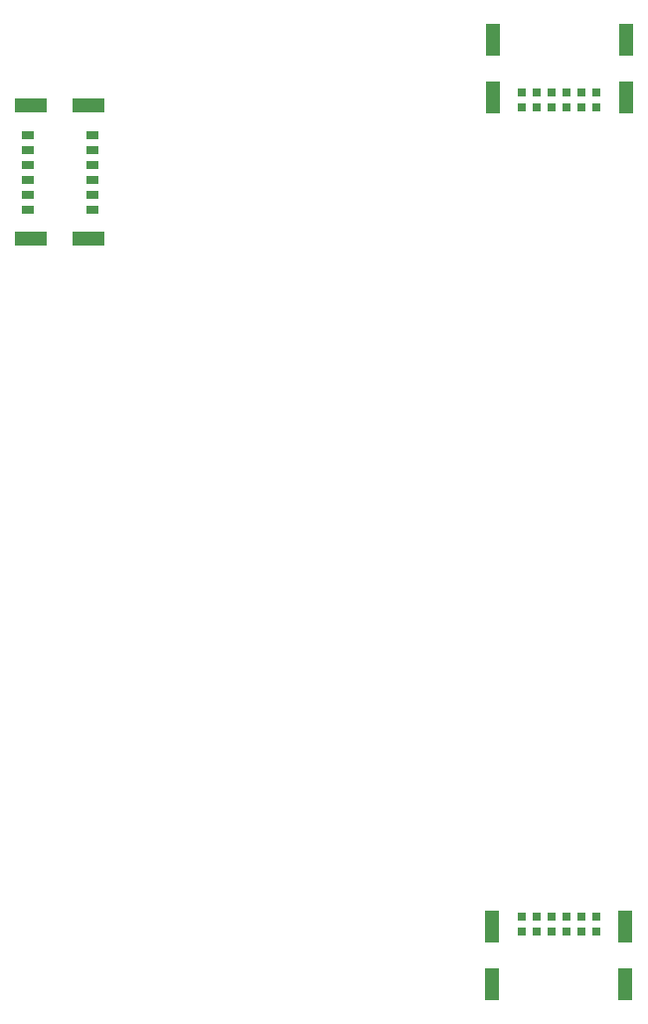
<source format=gbr>
%TF.GenerationSoftware,KiCad,Pcbnew,6.0.11+dfsg-1*%
%TF.CreationDate,2023-02-20T23:54:33-08:00*%
%TF.ProjectId,minusz-end-card-oresat0,6d696e75-737a-42d6-956e-642d63617264,rev?*%
%TF.SameCoordinates,Original*%
%TF.FileFunction,Paste,Bot*%
%TF.FilePolarity,Positive*%
%FSLAX46Y46*%
G04 Gerber Fmt 4.6, Leading zero omitted, Abs format (unit mm)*
G04 Created by KiCad (PCBNEW 6.0.11+dfsg-1) date 2023-02-20 23:54:33*
%MOMM*%
%LPD*%
G01*
G04 APERTURE LIST*
%ADD10R,0.800000X0.800000*%
%ADD11R,1.200000X2.700000*%
%ADD12R,1.100000X0.800000*%
%ADD13R,2.700000X1.200000*%
G04 APERTURE END LIST*
D10*
%TO.C,J3*%
X145325002Y-138249993D03*
X145325002Y-136979993D03*
X146595002Y-138249993D03*
X146595002Y-136979993D03*
X147865002Y-138249993D03*
X147865002Y-136979993D03*
X149135002Y-138249993D03*
X149135002Y-136979993D03*
X150405002Y-138249993D03*
X150405002Y-136979993D03*
X151675002Y-138249993D03*
X151675002Y-136979993D03*
D11*
X142830002Y-137799993D03*
X142830002Y-142699993D03*
X154170002Y-137799993D03*
X154170002Y-142699993D03*
%TD*%
D12*
%TO.C,CF1*%
X108750002Y-70424993D03*
X103250002Y-70424993D03*
X108750002Y-71694993D03*
X103250002Y-71694993D03*
X108750002Y-72964993D03*
X103250002Y-72964993D03*
X108750002Y-74234993D03*
X103250002Y-74234993D03*
X108750002Y-75504993D03*
X103250002Y-75504993D03*
X108750002Y-76774993D03*
X103250002Y-76774993D03*
D13*
X108450002Y-67929993D03*
X103550002Y-67929993D03*
X108450002Y-79269993D03*
X103550002Y-79269993D03*
%TD*%
D10*
%TO.C,J5*%
X151687902Y-66766393D03*
X151687902Y-68036393D03*
X150417902Y-66766393D03*
X150417902Y-68036393D03*
X149147902Y-66766393D03*
X149147902Y-68036393D03*
X147877902Y-66766393D03*
X147877902Y-68036393D03*
X146607902Y-66766393D03*
X146607902Y-68036393D03*
X145337902Y-66766393D03*
X145337902Y-68036393D03*
D11*
X142842902Y-67216393D03*
X154182902Y-62316393D03*
X142842902Y-62316393D03*
X154182902Y-67216393D03*
%TD*%
M02*

</source>
